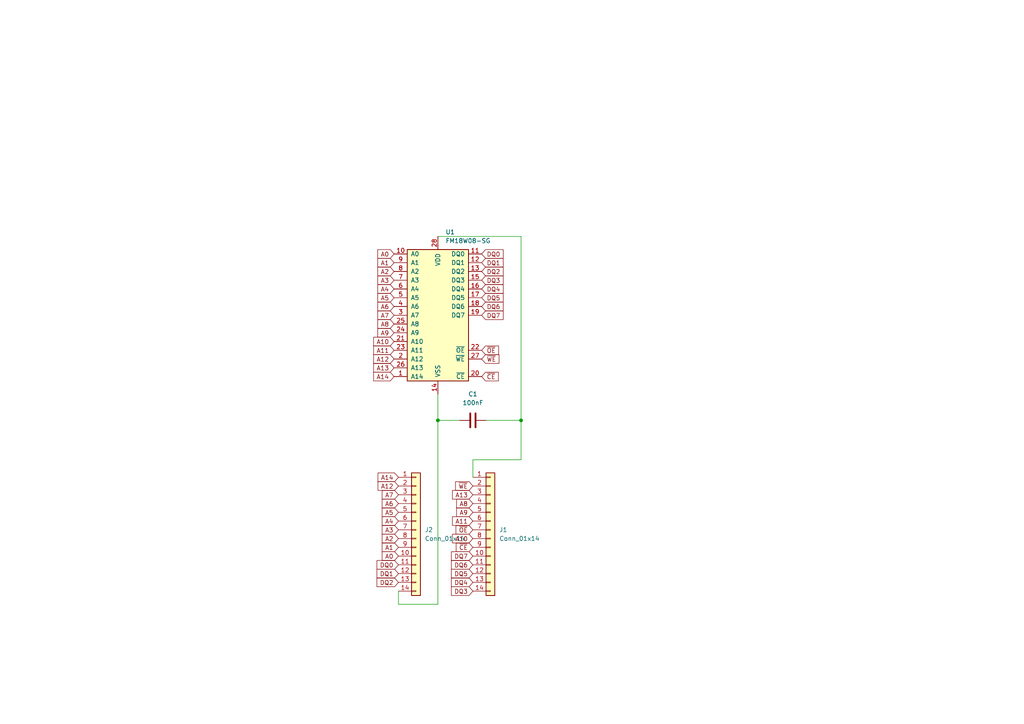
<source format=kicad_sch>
(kicad_sch (version 20231120) (generator "eeschema") (generator_version "8.0")
  (paper "A4")
  (lib_symbols
    (symbol "Connector_Generic:Conn_01x14" (pin_names (offset 1.016) hide)
      (property "Reference" "J" (at 0 17.78 0))
      (property "Value" "Conn_01x14" (at 0 -20.32 0))
      (symbol "Conn_01x14_1_1"
        (rectangle (start -1.27 -17.653) (end 0 -17.907) (stroke (width 0.1524)))
        (rectangle (start -1.27 -15.113) (end 0 -15.367) (stroke (width 0.1524)))
        (rectangle (start -1.27 -12.573) (end 0 -12.827) (stroke (width 0.1524)))
        (rectangle (start -1.27 -10.033) (end 0 -10.287) (stroke (width 0.1524)))
        (rectangle (start -1.27 -7.493) (end 0 -7.747) (stroke (width 0.1524)))
        (rectangle (start -1.27 -4.953) (end 0 -5.207) (stroke (width 0.1524)))
        (rectangle (start -1.27 -2.413) (end 0 -2.667) (stroke (width 0.1524)))
        (rectangle (start -1.27 0.127) (end 0 -0.127) (stroke (width 0.1524)))
        (rectangle (start -1.27 2.667) (end 0 2.413) (stroke (width 0.1524)))
        (rectangle (start -1.27 5.207) (end 0 4.953) (stroke (width 0.1524)))
        (rectangle (start -1.27 7.747) (end 0 7.493) (stroke (width 0.1524)))
        (rectangle (start -1.27 10.287) (end 0 10.033) (stroke (width 0.1524)))
        (rectangle (start -1.27 12.827) (end 0 12.573) (stroke (width 0.1524)))
        (rectangle (start -1.27 15.367) (end 0 15.113) (stroke (width 0.1524)))
        (rectangle (start -1.27 16.51) (end 1.27 -19.05) (stroke (width 0.254)) (fill (type background)))
        (pin passive line (at -5.08 15.24 0) (length 3.81) (name "Pin_1") (number "1"))
        (pin passive line (at -5.08 -7.62 0) (length 3.81) (name "Pin_10") (number "10"))
        (pin passive line (at -5.08 -10.16 0) (length 3.81) (name "Pin_11") (number "11"))
        (pin passive line (at -5.08 -12.7 0) (length 3.81) (name "Pin_12") (number "12"))
        (pin passive line (at -5.08 -15.24 0) (length 3.81) (name "Pin_13") (number "13"))
        (pin passive line (at -5.08 -17.78 0) (length 3.81) (name "Pin_14") (number "14"))
        (pin passive line (at -5.08 12.7 0) (length 3.81) (name "Pin_2") (number "2"))
        (pin passive line (at -5.08 10.16 0) (length 3.81) (name "Pin_3") (number "3"))
        (pin passive line (at -5.08 7.62 0) (length 3.81) (name "Pin_4") (number "4"))
        (pin passive line (at -5.08 5.08 0) (length 3.81) (name "Pin_5") (number "5"))
        (pin passive line (at -5.08 2.54 0) (length 3.81) (name "Pin_6") (number "6"))
        (pin passive line (at -5.08 0 0) (length 3.81) (name "Pin_7") (number "7"))
        (pin passive line (at -5.08 -2.54 0) (length 3.81) (name "Pin_8") (number "8"))
        (pin passive line (at -5.08 -5.08 0) (length 3.81) (name "Pin_9") (number "9"))
      )
    )
    (symbol "Device:C" (pin_numbers hide) (pin_names (offset 0.254))
      (property "Reference" "C" (at 0.635 2.54 0))
      (property "Value" "C" (at 0.635 -2.54 0))
      (symbol "C_0_1"
        (polyline (pts (xy -2.032 -0.762) (xy 2.032 -0.762)) (stroke (width 0.508)))
        (polyline (pts (xy -2.032 0.762) (xy 2.032 0.762)) (stroke (width 0.508)))
      )
      (symbol "C_1_1"
        (pin passive line (at 0 3.81 270) (length 2.794) (name "~") (number "1"))
        (pin passive line (at 0 -3.81 90) (length 2.794) (name "~") (number "2"))
      )
    )
    (symbol "Memory_NVRAM:FM18W08-SG" (pin_names (offset 1.016))
      (property "Reference" "U" (at -7.62 20.32 0))
      (property "Value" "FM18W08-SG" (at 1.27 20.32 0))
      (symbol "FM18W08-SG_0_1"
        (rectangle (start -8.89 19.05) (end 8.89 -19.05) (stroke (width 0.254)) (fill (type background)))
      )
      (symbol "FM18W08-SG_1_1"
        (pin input line (at -12.7 -17.78 0) (length 3.81) (name "A14") (number "1"))
        (pin input line (at -12.7 17.78 0) (length 3.81) (name "A0") (number "10"))
        (pin bidirectional line (at 12.7 17.78 180) (length 3.81) (name "DQ0") (number "11"))
        (pin bidirectional line (at 12.7 15.24 180) (length 3.81) (name "DQ1") (number "12"))
        (pin bidirectional line (at 12.7 12.7 180) (length 3.81) (name "DQ2") (number "13"))
        (pin power_in line (at 0 -22.86 90) (length 3.81) (name "VSS") (number "14"))
        (pin bidirectional line (at 12.7 10.16 180) (length 3.81) (name "DQ3") (number "15"))
        (pin bidirectional line (at 12.7 7.62 180) (length 3.81) (name "DQ4") (number "16"))
        (pin bidirectional line (at 12.7 5.08 180) (length 3.81) (name "DQ5") (number "17"))
        (pin bidirectional line (at 12.7 2.54 180) (length 3.81) (name "DQ6") (number "18"))
        (pin bidirectional line (at 12.7 0 180) (length 3.81) (name "DQ7") (number "19"))
        (pin input line (at -12.7 -12.7 0) (length 3.81) (name "A12") (number "2"))
        (pin input line (at 12.7 -17.78 180) (length 3.81) (name "~{CE}") (number "20"))
        (pin input line (at -12.7 -7.62 0) (length 3.81) (name "A10") (number "21"))
        (pin input line (at 12.7 -10.16 180) (length 3.81) (name "~{OE}") (number "22"))
        (pin input line (at -12.7 -10.16 0) (length 3.81) (name "A11") (number "23"))
        (pin input line (at -12.7 -5.08 0) (length 3.81) (name "A9") (number "24"))
        (pin input line (at -12.7 -2.54 0) (length 3.81) (name "A8") (number "25"))
        (pin input line (at -12.7 -15.24 0) (length 3.81) (name "A13") (number "26"))
        (pin input line (at 12.7 -12.7 180) (length 3.81) (name "~{WE}") (number "27"))
        (pin power_in line (at 0 22.86 270) (length 3.81) (name "VDD") (number "28"))
        (pin input line (at -12.7 0 0) (length 3.81) (name "A7") (number "3"))
        (pin input line (at -12.7 2.54 0) (length 3.81) (name "A6") (number "4"))
        (pin input line (at -12.7 5.08 0) (length 3.81) (name "A5") (number "5"))
        (pin input line (at -12.7 7.62 0) (length 3.81) (name "A4") (number "6"))
        (pin input line (at -12.7 10.16 0) (length 3.81) (name "A3") (number "7"))
        (pin input line (at -12.7 12.7 0) (length 3.81) (name "A2") (number "8"))
        (pin input line (at -12.7 15.24 0) (length 3.81) (name "A1") (number "9"))
      )
    )
  )
  (junction (at 127 121.92))
  (junction (at 151.13 121.92))
  (wire (pts (xy 127 175.26) (xy 115.57 175.26)))
  (wire (pts (xy 151.13 121.92) (xy 151.13 133.35)))
  (wire (pts (xy 151.13 68.58) (xy 151.13 121.92)))
  (wire (pts (xy 127 114.3) (xy 127 121.92)))
  (wire (pts (xy 115.57 175.26) (xy 115.57 171.45)))
  (wire (pts (xy 151.13 133.35) (xy 137.16 133.35)))
  (wire (pts (xy 127 121.92) (xy 127 175.26)))
  (wire (pts (xy 127 121.92) (xy 133.35 121.92)))
  (wire (pts (xy 140.97 121.92) (xy 151.13 121.92)))
  (wire (pts (xy 137.16 133.35) (xy 137.16 138.43)))
  (wire (pts (xy 127 68.58) (xy 151.13 68.58)))
  (global_label "A12" (shape input) (at 115.57 140.97 180) (property "Intersheetrefs" "${INTERSHEET_REFS}" (effects (hide yes))))
  (global_label "DQ7" (shape input) (at 137.16 161.29 180) (property "Intersheetrefs" "${INTERSHEET_REFS}" (effects (hide yes))))
  (global_label "A8" (shape input) (at 114.3 93.98 180) (property "Intersheetrefs" "${INTERSHEET_REFS}" (effects (hide yes))))
  (global_label "~{WE}" (shape input) (at 137.16 140.97 180) (property "Intersheetrefs" "${INTERSHEET_REFS}" (effects (hide yes))))
  (global_label "A2" (shape input) (at 115.57 156.21 180) (property "Intersheetrefs" "${INTERSHEET_REFS}" (effects (hide yes))))
  (global_label "A10" (shape input) (at 137.16 156.21 180) (property "Intersheetrefs" "${INTERSHEET_REFS}" (effects (hide yes))))
  (global_label "DQ0" (shape input) (at 139.7 73.66 0) (property "Intersheetrefs" "${INTERSHEET_REFS}" (effects (hide yes))))
  (global_label "A0" (shape input) (at 114.3 73.66 180) (property "Intersheetrefs" "${INTERSHEET_REFS}" (effects (hide yes))))
  (global_label "A6" (shape input) (at 114.3 88.9 180) (property "Intersheetrefs" "${INTERSHEET_REFS}" (effects (hide yes))))
  (global_label "A1" (shape input) (at 114.3 76.2 180) (property "Intersheetrefs" "${INTERSHEET_REFS}" (effects (hide yes))))
  (global_label "A11" (shape input) (at 137.16 151.13 180) (property "Intersheetrefs" "${INTERSHEET_REFS}" (effects (hide yes))))
  (global_label "A14" (shape input) (at 115.57 138.43 180) (property "Intersheetrefs" "${INTERSHEET_REFS}" (effects (hide yes))))
  (global_label "DQ0" (shape input) (at 115.57 163.83 180) (property "Intersheetrefs" "${INTERSHEET_REFS}" (effects (hide yes))))
  (global_label "DQ1" (shape input) (at 115.57 166.37 180) (property "Intersheetrefs" "${INTERSHEET_REFS}" (effects (hide yes))))
  (global_label "A6" (shape input) (at 115.57 146.05 180) (property "Intersheetrefs" "${INTERSHEET_REFS}" (effects (hide yes))))
  (global_label "A8" (shape input) (at 137.16 146.05 180) (property "Intersheetrefs" "${INTERSHEET_REFS}" (effects (hide yes))))
  (global_label "A9" (shape input) (at 114.3 96.52 180) (property "Intersheetrefs" "${INTERSHEET_REFS}" (effects (hide yes))))
  (global_label "A0" (shape input) (at 115.57 161.29 180) (property "Intersheetrefs" "${INTERSHEET_REFS}" (effects (hide yes))))
  (global_label "A2" (shape input) (at 114.3 78.74 180) (property "Intersheetrefs" "${INTERSHEET_REFS}" (effects (hide yes))))
  (global_label "A4" (shape input) (at 115.57 151.13 180) (property "Intersheetrefs" "${INTERSHEET_REFS}" (effects (hide yes))))
  (global_label "A9" (shape input) (at 137.16 148.59 180) (property "Intersheetrefs" "${INTERSHEET_REFS}" (effects (hide yes))))
  (global_label "DQ6" (shape input) (at 137.16 163.83 180) (property "Intersheetrefs" "${INTERSHEET_REFS}" (effects (hide yes))))
  (global_label "A14" (shape input) (at 114.3 109.22 180) (property "Intersheetrefs" "${INTERSHEET_REFS}" (effects (hide yes))))
  (global_label "~{WE}" (shape input) (at 139.7 104.14 0) (property "Intersheetrefs" "${INTERSHEET_REFS}" (effects (hide yes))))
  (global_label "DQ1" (shape input) (at 139.7 76.2 0) (property "Intersheetrefs" "${INTERSHEET_REFS}" (effects (hide yes))))
  (global_label "A3" (shape input) (at 114.3 81.28 180) (property "Intersheetrefs" "${INTERSHEET_REFS}" (effects (hide yes))))
  (global_label "~{CE}" (shape input) (at 137.16 158.75 180) (property "Intersheetrefs" "${INTERSHEET_REFS}" (effects (hide yes))))
  (global_label "DQ4" (shape input) (at 139.7 83.82 0) (property "Intersheetrefs" "${INTERSHEET_REFS}" (effects (hide yes))))
  (global_label "A3" (shape input) (at 115.57 153.67 180) (property "Intersheetrefs" "${INTERSHEET_REFS}" (effects (hide yes))))
  (global_label "DQ3" (shape input) (at 137.16 171.45 180) (property "Intersheetrefs" "${INTERSHEET_REFS}" (effects (hide yes))))
  (global_label "A10" (shape input) (at 114.3 99.06 180) (property "Intersheetrefs" "${INTERSHEET_REFS}" (effects (hide yes))))
  (global_label "A5" (shape input) (at 115.57 148.59 180) (property "Intersheetrefs" "${INTERSHEET_REFS}" (effects (hide yes))))
  (global_label "DQ4" (shape input) (at 137.16 168.91 180) (property "Intersheetrefs" "${INTERSHEET_REFS}" (effects (hide yes))))
  (global_label "A4" (shape input) (at 114.3 83.82 180) (property "Intersheetrefs" "${INTERSHEET_REFS}" (effects (hide yes))))
  (global_label "~{OE}" (shape input) (at 137.16 153.67 180) (property "Intersheetrefs" "${INTERSHEET_REFS}" (effects (hide yes))))
  (global_label "A13" (shape input) (at 114.3 106.68 180) (property "Intersheetrefs" "${INTERSHEET_REFS}" (effects (hide yes))))
  (global_label "DQ5" (shape input) (at 139.7 86.36 0) (property "Intersheetrefs" "${INTERSHEET_REFS}" (effects (hide yes))))
  (global_label "DQ2" (shape input) (at 139.7 78.74 0) (property "Intersheetrefs" "${INTERSHEET_REFS}" (effects (hide yes))))
  (global_label "A11" (shape input) (at 114.3 101.6 180) (property "Intersheetrefs" "${INTERSHEET_REFS}" (effects (hide yes))))
  (global_label "DQ7" (shape input) (at 139.7 91.44 0) (property "Intersheetrefs" "${INTERSHEET_REFS}" (effects (hide yes))))
  (global_label "A12" (shape input) (at 114.3 104.14 180) (property "Intersheetrefs" "${INTERSHEET_REFS}" (effects (hide yes))))
  (global_label "A1" (shape input) (at 115.57 158.75 180) (property "Intersheetrefs" "${INTERSHEET_REFS}" (effects (hide yes))))
  (global_label "A7" (shape input) (at 114.3 91.44 180) (property "Intersheetrefs" "${INTERSHEET_REFS}" (effects (hide yes))))
  (global_label "DQ6" (shape input) (at 139.7 88.9 0) (property "Intersheetrefs" "${INTERSHEET_REFS}" (effects (hide yes))))
  (global_label "~{CE}" (shape input) (at 139.7 109.22 0) (property "Intersheetrefs" "${INTERSHEET_REFS}" (effects (hide yes))))
  (global_label "A5" (shape input) (at 114.3 86.36 180) (property "Intersheetrefs" "${INTERSHEET_REFS}" (effects (hide yes))))
  (global_label "DQ5" (shape input) (at 137.16 166.37 180) (property "Intersheetrefs" "${INTERSHEET_REFS}" (effects (hide yes))))
  (global_label "DQ3" (shape input) (at 139.7 81.28 0) (property "Intersheetrefs" "${INTERSHEET_REFS}" (effects (hide yes))))
  (global_label "DQ2" (shape input) (at 115.57 168.91 180) (property "Intersheetrefs" "${INTERSHEET_REFS}" (effects (hide yes))))
  (global_label "A13" (shape input) (at 137.16 143.51 180) (property "Intersheetrefs" "${INTERSHEET_REFS}" (effects (hide yes))))
  (global_label "A7" (shape input) (at 115.57 143.51 180) (property "Intersheetrefs" "${INTERSHEET_REFS}" (effects (hide yes))))
  (global_label "~{OE}" (shape input) (at 139.7 101.6 0) (property "Intersheetrefs" "${INTERSHEET_REFS}" (effects (hide yes))))
  (symbol (lib_id "Memory_NVRAM:FM18W08-SG") (at 127 91.44 0) (unit 1)
    (property "Reference" "U1" (at 129.1941 67.31 0) (effects (justify left)))
    (property "Value" "FM18W08-SG" (at 129.1941 69.85 0) (effects (justify left)))
    (property "Footprint" "Package_SO:SOIC-28W_7.5x17.9mm_P1.27mm" (effects (hide yes)))
    (property "Datasheet" "http://www.cypress.com/file/136521/download" (effects (hide yes)))
  )
  (symbol (lib_id "Connector_Generic:Conn_01x14") (at 120.65 153.67 0) (unit 1)
    (property "Reference" "J2" (at 123.19 153.67 0) (effects (justify left)))
    (property "Value" "Conn_01x14" (at 123.19 156.21 0) (effects (justify left)))
    (property "Footprint" "Connector_PinHeader_2.54mm:PinHeader_1x14_P2.54mm_Vertical" (effects (hide yes)))
  )
  (symbol (lib_id "Connector_Generic:Conn_01x14") (at 142.24 153.67 0) (unit 1)
    (property "Reference" "J1" (at 144.78 153.67 0) (effects (justify left)))
    (property "Value" "Conn_01x14" (at 144.78 156.21 0) (effects (justify left)))
    (property "Footprint" "Connector_PinHeader_2.54mm:PinHeader_1x14_P2.54mm_Vertical" (effects (hide yes)))
  )
  (symbol (lib_id "Device:C") (at 137.16 121.92 90) (unit 1)
    (property "Reference" "C1" (at 137.16 114.3 90))
    (property "Value" "100nF" (at 137.16 116.84 90))
    (property "Footprint" "Capacitor_THT:C_Disc_D3.4mm_W2.1mm_P2.50mm" (effects (hide yes)))
  )
)
</source>
